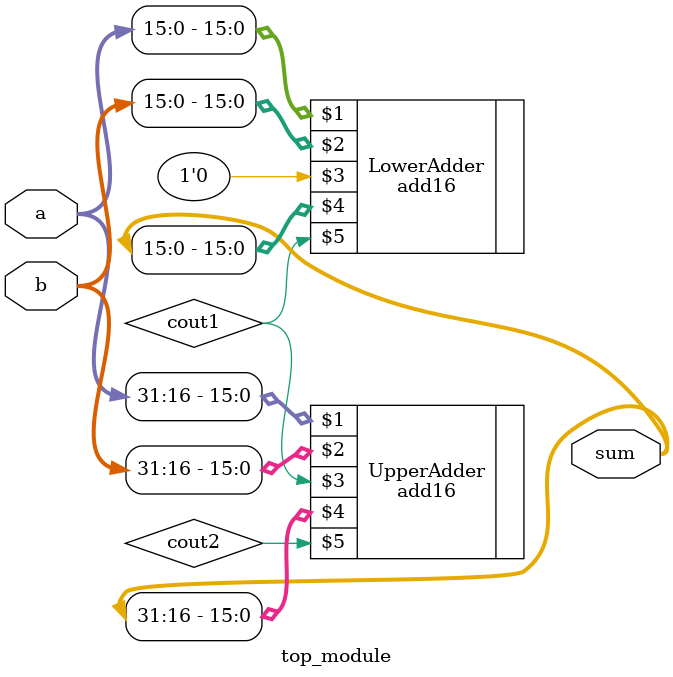
<source format=v>
module top_module(
    input [31:0] a,
    input [31:0] b,
    output [31:0] sum
);
    
    wire cout1,cout2;
    
    add16 LowerAdder(a[15:0], b[15:0], 1'b0, sum[15:0], cout1);
    add16 UpperAdder(a[31:16], b[31:16], cout1, sum[31:16], cout2);
    

endmodule

</source>
